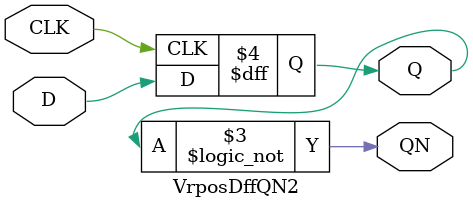
<source format=v>
module VrposDffQN2(CLK, D, Q, QN);
  input CLK, D;
  output Q, QN;
  reg Q, QN;

  always @ (posedge CLK)	
    Q <= D;
  always @ (Q)
    QN <= !Q;
endmodule
</source>
